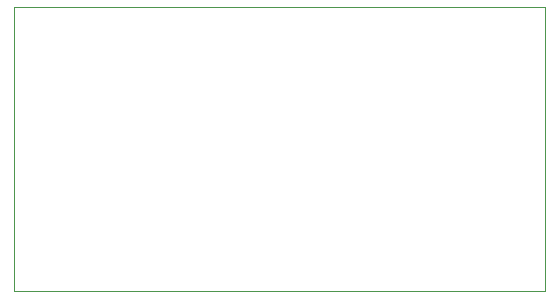
<source format=gm1>
%TF.GenerationSoftware,KiCad,Pcbnew,8.0.4*%
%TF.CreationDate,2025-01-04T18:23:54+00:00*%
%TF.ProjectId,ap3372s_usbpd,61703333-3732-4735-9f75-736270642e6b,rev?*%
%TF.SameCoordinates,Original*%
%TF.FileFunction,Profile,NP*%
%FSLAX46Y46*%
G04 Gerber Fmt 4.6, Leading zero omitted, Abs format (unit mm)*
G04 Created by KiCad (PCBNEW 8.0.4) date 2025-01-04 18:23:54*
%MOMM*%
%LPD*%
G01*
G04 APERTURE LIST*
%TA.AperFunction,Profile*%
%ADD10C,0.050000*%
%TD*%
G04 APERTURE END LIST*
D10*
X50000000Y-50000000D02*
X95000000Y-50000000D01*
X95000000Y-74000000D01*
X50000000Y-74000000D01*
X50000000Y-50000000D01*
M02*

</source>
